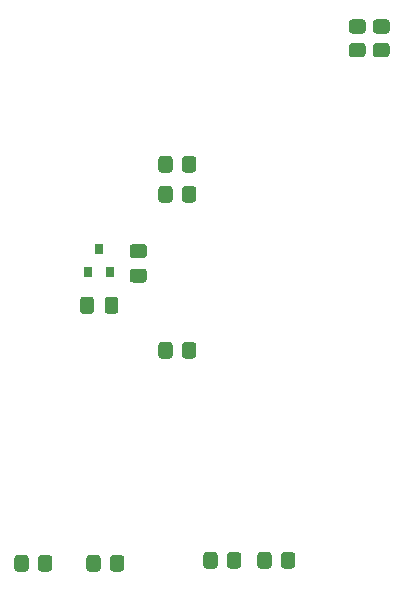
<source format=gbr>
%TF.GenerationSoftware,KiCad,Pcbnew,(5.1.8-0-10_14)*%
%TF.CreationDate,2021-03-09T19:09:17+00:00*%
%TF.ProjectId,STPMIC1_MC32PF3000_Board,5354504d-4943-4315-9f4d-433332504633,rev?*%
%TF.SameCoordinates,Original*%
%TF.FileFunction,Paste,Bot*%
%TF.FilePolarity,Positive*%
%FSLAX46Y46*%
G04 Gerber Fmt 4.6, Leading zero omitted, Abs format (unit mm)*
G04 Created by KiCad (PCBNEW (5.1.8-0-10_14)) date 2021-03-09 19:09:17*
%MOMM*%
%LPD*%
G01*
G04 APERTURE LIST*
%ADD10R,0.800000X0.900000*%
G04 APERTURE END LIST*
%TO.C,C69*%
G36*
G01*
X89561000Y-116045000D02*
X89561000Y-115095000D01*
G75*
G02*
X89811000Y-114845000I250000J0D01*
G01*
X90486000Y-114845000D01*
G75*
G02*
X90736000Y-115095000I0J-250000D01*
G01*
X90736000Y-116045000D01*
G75*
G02*
X90486000Y-116295000I-250000J0D01*
G01*
X89811000Y-116295000D01*
G75*
G02*
X89561000Y-116045000I0J250000D01*
G01*
G37*
G36*
G01*
X91636000Y-116045000D02*
X91636000Y-115095000D01*
G75*
G02*
X91886000Y-114845000I250000J0D01*
G01*
X92561000Y-114845000D01*
G75*
G02*
X92811000Y-115095000I0J-250000D01*
G01*
X92811000Y-116045000D01*
G75*
G02*
X92561000Y-116295000I-250000J0D01*
G01*
X91886000Y-116295000D01*
G75*
G02*
X91636000Y-116045000I0J250000D01*
G01*
G37*
%TD*%
D10*
%TO.C,U3*%
X92136000Y-112760000D03*
X90236000Y-112760000D03*
X91186000Y-110760000D03*
%TD*%
%TO.C,R28*%
G36*
G01*
X87198000Y-136963999D02*
X87198000Y-137864001D01*
G75*
G02*
X86948001Y-138114000I-249999J0D01*
G01*
X86247999Y-138114000D01*
G75*
G02*
X85998000Y-137864001I0J249999D01*
G01*
X85998000Y-136963999D01*
G75*
G02*
X86247999Y-136714000I249999J0D01*
G01*
X86948001Y-136714000D01*
G75*
G02*
X87198000Y-136963999I0J-249999D01*
G01*
G37*
G36*
G01*
X85198000Y-136963999D02*
X85198000Y-137864001D01*
G75*
G02*
X84948001Y-138114000I-249999J0D01*
G01*
X84247999Y-138114000D01*
G75*
G02*
X83998000Y-137864001I0J249999D01*
G01*
X83998000Y-136963999D01*
G75*
G02*
X84247999Y-136714000I249999J0D01*
G01*
X84948001Y-136714000D01*
G75*
G02*
X85198000Y-136963999I0J-249999D01*
G01*
G37*
%TD*%
%TO.C,R27*%
G36*
G01*
X93294000Y-136963999D02*
X93294000Y-137864001D01*
G75*
G02*
X93044001Y-138114000I-249999J0D01*
G01*
X92343999Y-138114000D01*
G75*
G02*
X92094000Y-137864001I0J249999D01*
G01*
X92094000Y-136963999D01*
G75*
G02*
X92343999Y-136714000I249999J0D01*
G01*
X93044001Y-136714000D01*
G75*
G02*
X93294000Y-136963999I0J-249999D01*
G01*
G37*
G36*
G01*
X91294000Y-136963999D02*
X91294000Y-137864001D01*
G75*
G02*
X91044001Y-138114000I-249999J0D01*
G01*
X90343999Y-138114000D01*
G75*
G02*
X90094000Y-137864001I0J249999D01*
G01*
X90094000Y-136963999D01*
G75*
G02*
X90343999Y-136714000I249999J0D01*
G01*
X91044001Y-136714000D01*
G75*
G02*
X91294000Y-136963999I0J-249999D01*
G01*
G37*
%TD*%
%TO.C,R26*%
G36*
G01*
X96190000Y-104082001D02*
X96190000Y-103181999D01*
G75*
G02*
X96439999Y-102932000I249999J0D01*
G01*
X97140001Y-102932000D01*
G75*
G02*
X97390000Y-103181999I0J-249999D01*
G01*
X97390000Y-104082001D01*
G75*
G02*
X97140001Y-104332000I-249999J0D01*
G01*
X96439999Y-104332000D01*
G75*
G02*
X96190000Y-104082001I0J249999D01*
G01*
G37*
G36*
G01*
X98190000Y-104082001D02*
X98190000Y-103181999D01*
G75*
G02*
X98439999Y-102932000I249999J0D01*
G01*
X99140001Y-102932000D01*
G75*
G02*
X99390000Y-103181999I0J-249999D01*
G01*
X99390000Y-104082001D01*
G75*
G02*
X99140001Y-104332000I-249999J0D01*
G01*
X98439999Y-104332000D01*
G75*
G02*
X98190000Y-104082001I0J249999D01*
G01*
G37*
%TD*%
%TO.C,R25*%
G36*
G01*
X96190000Y-106622001D02*
X96190000Y-105721999D01*
G75*
G02*
X96439999Y-105472000I249999J0D01*
G01*
X97140001Y-105472000D01*
G75*
G02*
X97390000Y-105721999I0J-249999D01*
G01*
X97390000Y-106622001D01*
G75*
G02*
X97140001Y-106872000I-249999J0D01*
G01*
X96439999Y-106872000D01*
G75*
G02*
X96190000Y-106622001I0J249999D01*
G01*
G37*
G36*
G01*
X98190000Y-106622001D02*
X98190000Y-105721999D01*
G75*
G02*
X98439999Y-105472000I249999J0D01*
G01*
X99140001Y-105472000D01*
G75*
G02*
X99390000Y-105721999I0J-249999D01*
G01*
X99390000Y-106622001D01*
G75*
G02*
X99140001Y-106872000I-249999J0D01*
G01*
X98439999Y-106872000D01*
G75*
G02*
X98190000Y-106622001I0J249999D01*
G01*
G37*
%TD*%
%TO.C,R24*%
G36*
G01*
X103200000Y-136709999D02*
X103200000Y-137610001D01*
G75*
G02*
X102950001Y-137860000I-249999J0D01*
G01*
X102249999Y-137860000D01*
G75*
G02*
X102000000Y-137610001I0J249999D01*
G01*
X102000000Y-136709999D01*
G75*
G02*
X102249999Y-136460000I249999J0D01*
G01*
X102950001Y-136460000D01*
G75*
G02*
X103200000Y-136709999I0J-249999D01*
G01*
G37*
G36*
G01*
X101200000Y-136709999D02*
X101200000Y-137610001D01*
G75*
G02*
X100950001Y-137860000I-249999J0D01*
G01*
X100249999Y-137860000D01*
G75*
G02*
X100000000Y-137610001I0J249999D01*
G01*
X100000000Y-136709999D01*
G75*
G02*
X100249999Y-136460000I249999J0D01*
G01*
X100950001Y-136460000D01*
G75*
G02*
X101200000Y-136709999I0J-249999D01*
G01*
G37*
%TD*%
%TO.C,R23*%
G36*
G01*
X96190000Y-119830001D02*
X96190000Y-118929999D01*
G75*
G02*
X96439999Y-118680000I249999J0D01*
G01*
X97140001Y-118680000D01*
G75*
G02*
X97390000Y-118929999I0J-249999D01*
G01*
X97390000Y-119830001D01*
G75*
G02*
X97140001Y-120080000I-249999J0D01*
G01*
X96439999Y-120080000D01*
G75*
G02*
X96190000Y-119830001I0J249999D01*
G01*
G37*
G36*
G01*
X98190000Y-119830001D02*
X98190000Y-118929999D01*
G75*
G02*
X98439999Y-118680000I249999J0D01*
G01*
X99140001Y-118680000D01*
G75*
G02*
X99390000Y-118929999I0J-249999D01*
G01*
X99390000Y-119830001D01*
G75*
G02*
X99140001Y-120080000I-249999J0D01*
G01*
X98439999Y-120080000D01*
G75*
G02*
X98190000Y-119830001I0J249999D01*
G01*
G37*
%TD*%
%TO.C,R22*%
G36*
G01*
X104572000Y-137610001D02*
X104572000Y-136709999D01*
G75*
G02*
X104821999Y-136460000I249999J0D01*
G01*
X105522001Y-136460000D01*
G75*
G02*
X105772000Y-136709999I0J-249999D01*
G01*
X105772000Y-137610001D01*
G75*
G02*
X105522001Y-137860000I-249999J0D01*
G01*
X104821999Y-137860000D01*
G75*
G02*
X104572000Y-137610001I0J249999D01*
G01*
G37*
G36*
G01*
X106572000Y-137610001D02*
X106572000Y-136709999D01*
G75*
G02*
X106821999Y-136460000I249999J0D01*
G01*
X107522001Y-136460000D01*
G75*
G02*
X107772000Y-136709999I0J-249999D01*
G01*
X107772000Y-137610001D01*
G75*
G02*
X107522001Y-137860000I-249999J0D01*
G01*
X106821999Y-137860000D01*
G75*
G02*
X106572000Y-137610001I0J249999D01*
G01*
G37*
%TD*%
%TO.C,R21*%
G36*
G01*
X112579999Y-91364000D02*
X113480001Y-91364000D01*
G75*
G02*
X113730000Y-91613999I0J-249999D01*
G01*
X113730000Y-92314001D01*
G75*
G02*
X113480001Y-92564000I-249999J0D01*
G01*
X112579999Y-92564000D01*
G75*
G02*
X112330000Y-92314001I0J249999D01*
G01*
X112330000Y-91613999D01*
G75*
G02*
X112579999Y-91364000I249999J0D01*
G01*
G37*
G36*
G01*
X112579999Y-93364000D02*
X113480001Y-93364000D01*
G75*
G02*
X113730000Y-93613999I0J-249999D01*
G01*
X113730000Y-94314001D01*
G75*
G02*
X113480001Y-94564000I-249999J0D01*
G01*
X112579999Y-94564000D01*
G75*
G02*
X112330000Y-94314001I0J249999D01*
G01*
X112330000Y-93613999D01*
G75*
G02*
X112579999Y-93364000I249999J0D01*
G01*
G37*
%TD*%
%TO.C,R20*%
G36*
G01*
X115512001Y-94564000D02*
X114611999Y-94564000D01*
G75*
G02*
X114362000Y-94314001I0J249999D01*
G01*
X114362000Y-93613999D01*
G75*
G02*
X114611999Y-93364000I249999J0D01*
G01*
X115512001Y-93364000D01*
G75*
G02*
X115762000Y-93613999I0J-249999D01*
G01*
X115762000Y-94314001D01*
G75*
G02*
X115512001Y-94564000I-249999J0D01*
G01*
G37*
G36*
G01*
X115512001Y-92564000D02*
X114611999Y-92564000D01*
G75*
G02*
X114362000Y-92314001I0J249999D01*
G01*
X114362000Y-91613999D01*
G75*
G02*
X114611999Y-91364000I249999J0D01*
G01*
X115512001Y-91364000D01*
G75*
G02*
X115762000Y-91613999I0J-249999D01*
G01*
X115762000Y-92314001D01*
G75*
G02*
X115512001Y-92564000I-249999J0D01*
G01*
G37*
%TD*%
%TO.C,C68*%
G36*
G01*
X94963000Y-113639000D02*
X94013000Y-113639000D01*
G75*
G02*
X93763000Y-113389000I0J250000D01*
G01*
X93763000Y-112714000D01*
G75*
G02*
X94013000Y-112464000I250000J0D01*
G01*
X94963000Y-112464000D01*
G75*
G02*
X95213000Y-112714000I0J-250000D01*
G01*
X95213000Y-113389000D01*
G75*
G02*
X94963000Y-113639000I-250000J0D01*
G01*
G37*
G36*
G01*
X94963000Y-111564000D02*
X94013000Y-111564000D01*
G75*
G02*
X93763000Y-111314000I0J250000D01*
G01*
X93763000Y-110639000D01*
G75*
G02*
X94013000Y-110389000I250000J0D01*
G01*
X94963000Y-110389000D01*
G75*
G02*
X95213000Y-110639000I0J-250000D01*
G01*
X95213000Y-111314000D01*
G75*
G02*
X94963000Y-111564000I-250000J0D01*
G01*
G37*
%TD*%
M02*

</source>
